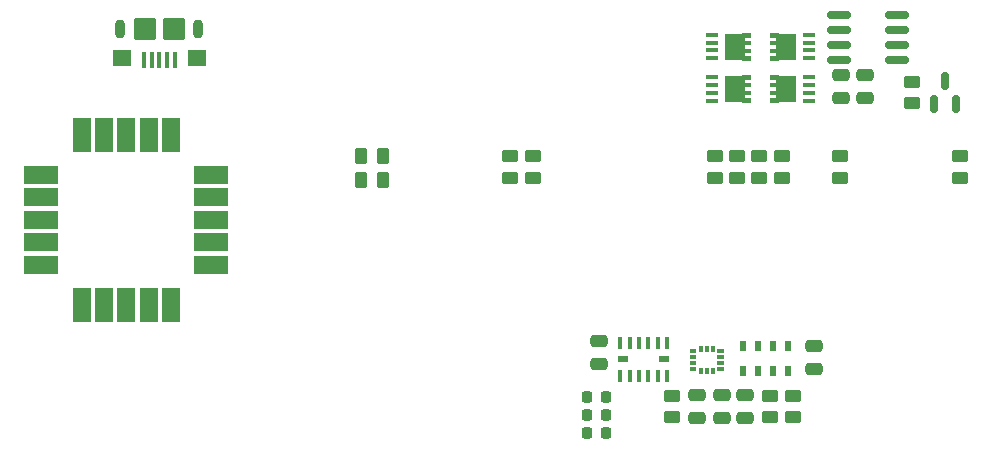
<source format=gbr>
%TF.GenerationSoftware,KiCad,Pcbnew,8.0.4*%
%TF.CreationDate,2024-11-10T13:12:41-08:00*%
%TF.ProjectId,v0.5,76302e35-2e6b-4696-9361-645f70636258,rev?*%
%TF.SameCoordinates,Original*%
%TF.FileFunction,Paste,Top*%
%TF.FilePolarity,Positive*%
%FSLAX46Y46*%
G04 Gerber Fmt 4.6, Leading zero omitted, Abs format (unit mm)*
G04 Created by KiCad (PCBNEW 8.0.4) date 2024-11-10 13:12:41*
%MOMM*%
%LPD*%
G01*
G04 APERTURE LIST*
G04 Aperture macros list*
%AMRoundRect*
0 Rectangle with rounded corners*
0 $1 Rounding radius*
0 $2 $3 $4 $5 $6 $7 $8 $9 X,Y pos of 4 corners*
0 Add a 4 corners polygon primitive as box body*
4,1,4,$2,$3,$4,$5,$6,$7,$8,$9,$2,$3,0*
0 Add four circle primitives for the rounded corners*
1,1,$1+$1,$2,$3*
1,1,$1+$1,$4,$5*
1,1,$1+$1,$6,$7*
1,1,$1+$1,$8,$9*
0 Add four rect primitives between the rounded corners*
20,1,$1+$1,$2,$3,$4,$5,0*
20,1,$1+$1,$4,$5,$6,$7,0*
20,1,$1+$1,$6,$7,$8,$9,0*
20,1,$1+$1,$8,$9,$2,$3,0*%
%AMFreePoly0*
4,1,21,1.372500,0.787500,0.862500,0.787500,0.862500,0.532500,1.372500,0.532500,1.372500,0.127500,0.862500,0.127500,0.862500,-0.127500,1.372500,-0.127500,1.372500,-0.532500,0.862500,-0.532500,0.862500,-0.787500,1.372500,-0.787500,1.372500,-1.195000,0.612500,-1.195000,0.612500,-1.117500,-0.862500,-1.117500,-0.862500,1.117500,0.612500,1.117500,0.612500,1.195000,1.372500,1.195000,
1.372500,0.787500,1.372500,0.787500,$1*%
G04 Aperture macros list end*
%ADD10C,0.010000*%
%ADD11RoundRect,0.250000X-0.450000X0.262500X-0.450000X-0.262500X0.450000X-0.262500X0.450000X0.262500X0*%
%ADD12R,0.990000X0.405000*%
%ADD13FreePoly0,180.000000*%
%ADD14RoundRect,0.250000X0.475000X-0.250000X0.475000X0.250000X-0.475000X0.250000X-0.475000X-0.250000X0*%
%ADD15RoundRect,0.250000X0.450000X-0.262500X0.450000X0.262500X-0.450000X0.262500X-0.450000X-0.262500X0*%
%ADD16RoundRect,0.250000X-0.475000X0.250000X-0.475000X-0.250000X0.475000X-0.250000X0.475000X0.250000X0*%
%ADD17RoundRect,0.250000X0.262500X0.450000X-0.262500X0.450000X-0.262500X-0.450000X0.262500X-0.450000X0*%
%ADD18RoundRect,0.218750X0.218750X0.256250X-0.218750X0.256250X-0.218750X-0.256250X0.218750X-0.256250X0*%
%ADD19RoundRect,0.150000X0.825000X0.150000X-0.825000X0.150000X-0.825000X-0.150000X0.825000X-0.150000X0*%
%ADD20R,0.550000X0.950000*%
%ADD21FreePoly0,0.000000*%
%ADD22R,1.500000X3.000000*%
%ADD23R,3.000000X1.500000*%
%ADD24RoundRect,0.100000X0.100000X0.575000X-0.100000X0.575000X-0.100000X-0.575000X0.100000X-0.575000X0*%
%ADD25O,0.900000X1.600000*%
%ADD26RoundRect,0.250000X0.550000X0.450000X-0.550000X0.450000X-0.550000X-0.450000X0.550000X-0.450000X0*%
%ADD27RoundRect,0.250000X0.700000X0.700000X-0.700000X0.700000X-0.700000X-0.700000X0.700000X-0.700000X0*%
%ADD28RoundRect,0.150000X0.150000X-0.587500X0.150000X0.587500X-0.150000X0.587500X-0.150000X-0.587500X0*%
%ADD29R,0.449200X1.117800*%
%ADD30R,0.813000X0.500000*%
%ADD31RoundRect,0.250000X-0.262500X-0.450000X0.262500X-0.450000X0.262500X0.450000X-0.262500X0.450000X0*%
G04 APERTURE END LIST*
D10*
%TO.C,U4*%
X141062500Y-104569000D02*
X140612500Y-104569000D01*
X140612500Y-104331000D01*
X141062500Y-104331000D01*
X141062500Y-104569000D01*
G36*
X141062500Y-104569000D02*
G01*
X140612500Y-104569000D01*
X140612500Y-104331000D01*
X141062500Y-104331000D01*
X141062500Y-104569000D01*
G37*
X141062500Y-105069000D02*
X140612500Y-105069000D01*
X140612500Y-104831000D01*
X141062500Y-104831000D01*
X141062500Y-105069000D01*
G36*
X141062500Y-105069000D02*
G01*
X140612500Y-105069000D01*
X140612500Y-104831000D01*
X141062500Y-104831000D01*
X141062500Y-105069000D01*
G37*
X141062500Y-105569000D02*
X140612500Y-105569000D01*
X140612500Y-105331000D01*
X141062500Y-105331000D01*
X141062500Y-105569000D01*
G36*
X141062500Y-105569000D02*
G01*
X140612500Y-105569000D01*
X140612500Y-105331000D01*
X141062500Y-105331000D01*
X141062500Y-105569000D01*
G37*
X141062500Y-106069000D02*
X140612500Y-106069000D01*
X140612500Y-105831000D01*
X141062500Y-105831000D01*
X141062500Y-106069000D01*
G36*
X141062500Y-106069000D02*
G01*
X140612500Y-106069000D01*
X140612500Y-105831000D01*
X141062500Y-105831000D01*
X141062500Y-106069000D01*
G37*
X141619000Y-104512500D02*
X141381000Y-104512500D01*
X141381000Y-104062500D01*
X141619000Y-104062500D01*
X141619000Y-104512500D01*
G36*
X141619000Y-104512500D02*
G01*
X141381000Y-104512500D01*
X141381000Y-104062500D01*
X141619000Y-104062500D01*
X141619000Y-104512500D01*
G37*
X141619000Y-106337500D02*
X141381000Y-106337500D01*
X141381000Y-105887500D01*
X141619000Y-105887500D01*
X141619000Y-106337500D01*
G36*
X141619000Y-106337500D02*
G01*
X141381000Y-106337500D01*
X141381000Y-105887500D01*
X141619000Y-105887500D01*
X141619000Y-106337500D01*
G37*
X142119000Y-104512500D02*
X141881000Y-104512500D01*
X141881000Y-104062500D01*
X142119000Y-104062500D01*
X142119000Y-104512500D01*
G36*
X142119000Y-104512500D02*
G01*
X141881000Y-104512500D01*
X141881000Y-104062500D01*
X142119000Y-104062500D01*
X142119000Y-104512500D01*
G37*
X142119000Y-106337500D02*
X141881000Y-106337500D01*
X141881000Y-105887500D01*
X142119000Y-105887500D01*
X142119000Y-106337500D01*
G36*
X142119000Y-106337500D02*
G01*
X141881000Y-106337500D01*
X141881000Y-105887500D01*
X142119000Y-105887500D01*
X142119000Y-106337500D01*
G37*
X142619000Y-104512500D02*
X142381000Y-104512500D01*
X142381000Y-104062500D01*
X142619000Y-104062500D01*
X142619000Y-104512500D01*
G36*
X142619000Y-104512500D02*
G01*
X142381000Y-104512500D01*
X142381000Y-104062500D01*
X142619000Y-104062500D01*
X142619000Y-104512500D01*
G37*
X142619000Y-106337500D02*
X142381000Y-106337500D01*
X142381000Y-105887500D01*
X142619000Y-105887500D01*
X142619000Y-106337500D01*
G36*
X142619000Y-106337500D02*
G01*
X142381000Y-106337500D01*
X142381000Y-105887500D01*
X142619000Y-105887500D01*
X142619000Y-106337500D01*
G37*
X143387500Y-104569000D02*
X142937500Y-104569000D01*
X142937500Y-104331000D01*
X143387500Y-104331000D01*
X143387500Y-104569000D01*
G36*
X143387500Y-104569000D02*
G01*
X142937500Y-104569000D01*
X142937500Y-104331000D01*
X143387500Y-104331000D01*
X143387500Y-104569000D01*
G37*
X143387500Y-105069000D02*
X142937500Y-105069000D01*
X142937500Y-104831000D01*
X143387500Y-104831000D01*
X143387500Y-105069000D01*
G36*
X143387500Y-105069000D02*
G01*
X142937500Y-105069000D01*
X142937500Y-104831000D01*
X143387500Y-104831000D01*
X143387500Y-105069000D01*
G37*
X143387500Y-105569000D02*
X142937500Y-105569000D01*
X142937500Y-105331000D01*
X143387500Y-105331000D01*
X143387500Y-105569000D01*
G36*
X143387500Y-105569000D02*
G01*
X142937500Y-105569000D01*
X142937500Y-105331000D01*
X143387500Y-105331000D01*
X143387500Y-105569000D01*
G37*
X143387500Y-106069000D02*
X142937500Y-106069000D01*
X142937500Y-105831000D01*
X143387500Y-105831000D01*
X143387500Y-106069000D01*
G36*
X143387500Y-106069000D02*
G01*
X142937500Y-106069000D01*
X142937500Y-105831000D01*
X143387500Y-105831000D01*
X143387500Y-106069000D01*
G37*
%TD*%
D11*
%TO.C,R22*%
X142700000Y-87987500D03*
X142700000Y-89812500D03*
%TD*%
D12*
%TO.C,Q2*%
X150700000Y-79700000D03*
X150700000Y-79040000D03*
X150700000Y-78380000D03*
X150700000Y-77720000D03*
D13*
X148707500Y-78710000D03*
%TD*%
D14*
%TO.C,C6*%
X145300000Y-110150000D03*
X145300000Y-108250000D03*
%TD*%
D15*
%TO.C,R7*%
X159400000Y-83512500D03*
X159400000Y-81687500D03*
%TD*%
D16*
%TO.C,C9*%
X132900000Y-103650000D03*
X132900000Y-105550000D03*
%TD*%
D14*
%TO.C,C7*%
X143300000Y-110150000D03*
X143300000Y-108250000D03*
%TD*%
D16*
%TO.C,C3*%
X155400000Y-81150000D03*
X155400000Y-83050000D03*
%TD*%
D17*
%TO.C,R8*%
X114612500Y-90000000D03*
X112787500Y-90000000D03*
%TD*%
D14*
%TO.C,C8*%
X141200000Y-110150000D03*
X141200000Y-108250000D03*
%TD*%
D11*
%TO.C,R3*%
X127300000Y-87987500D03*
X127300000Y-89812500D03*
%TD*%
D18*
%TO.C,D1*%
X133487500Y-108400000D03*
X131912500Y-108400000D03*
%TD*%
D19*
%TO.C,U3*%
X158175000Y-79805000D03*
X158175000Y-78535000D03*
X158175000Y-77265000D03*
X158175000Y-75995000D03*
X153225000Y-75995000D03*
X153225000Y-77265000D03*
X153225000Y-78535000D03*
X153225000Y-79805000D03*
%TD*%
D16*
%TO.C,C1*%
X151122500Y-104077500D03*
X151122500Y-105977500D03*
%TD*%
D11*
%TO.C,R21*%
X144600000Y-87987500D03*
X144600000Y-89812500D03*
%TD*%
D15*
%TO.C,R4*%
X147400000Y-110112500D03*
X147400000Y-108287500D03*
%TD*%
D11*
%TO.C,R14*%
X148400000Y-87987500D03*
X148400000Y-89812500D03*
%TD*%
D18*
%TO.C,D2*%
X133487500Y-109900000D03*
X131912500Y-109900000D03*
%TD*%
D15*
%TO.C,R5*%
X163500000Y-89812500D03*
X163500000Y-87987500D03*
%TD*%
D20*
%TO.C,U1*%
X148875000Y-104025000D03*
X147625000Y-104025000D03*
X146375000Y-104025000D03*
X145125000Y-104025000D03*
X145125000Y-106175000D03*
X146375000Y-106175000D03*
X147625000Y-106175000D03*
X148875000Y-106175000D03*
%TD*%
D12*
%TO.C,Q5*%
X142457500Y-77715000D03*
X142457500Y-78375000D03*
X142457500Y-79035000D03*
X142457500Y-79695000D03*
D21*
X144450000Y-78705000D03*
%TD*%
D22*
%TO.C,U5*%
X96700000Y-86180000D03*
X94800000Y-86180000D03*
X92900000Y-86180000D03*
X91000000Y-86180000D03*
X89100000Y-86180000D03*
D23*
X85700000Y-89580000D03*
X85700000Y-91480000D03*
X85700000Y-93380000D03*
X85700000Y-95280000D03*
X85700000Y-97180000D03*
D22*
X89100000Y-100580000D03*
X91000000Y-100580000D03*
X92900000Y-100580000D03*
X94800000Y-100580000D03*
X96700000Y-100580000D03*
D23*
X100100000Y-97180000D03*
X100100000Y-95280000D03*
X100100000Y-93380000D03*
X100100000Y-91480000D03*
X100100000Y-89580000D03*
%TD*%
D15*
%TO.C,R16*%
X153300000Y-89825000D03*
X153300000Y-88000000D03*
%TD*%
%TO.C,R2*%
X125400000Y-89812500D03*
X125400000Y-87987500D03*
%TD*%
D18*
%TO.C,D3*%
X133487500Y-111400000D03*
X131912500Y-111400000D03*
%TD*%
D12*
%TO.C,Q4*%
X142457500Y-81310000D03*
X142457500Y-81970000D03*
X142457500Y-82630000D03*
X142457500Y-83290000D03*
D21*
X144450000Y-82300000D03*
%TD*%
D24*
%TO.C,J2*%
X97000000Y-79875000D03*
X96350000Y-79875000D03*
X95700000Y-79875000D03*
X95050000Y-79875000D03*
X94400000Y-79875000D03*
D25*
X99000000Y-77200000D03*
D26*
X98900000Y-79650000D03*
D27*
X96900000Y-77200000D03*
X94500000Y-77200000D03*
D26*
X92500000Y-79650000D03*
D25*
X92400000Y-77200000D03*
%TD*%
D28*
%TO.C,Q1*%
X161250000Y-83537500D03*
X163150000Y-83537500D03*
X162200000Y-81662500D03*
%TD*%
D29*
%TO.C,U6*%
X138700001Y-103829099D03*
X137900000Y-103829099D03*
X137099999Y-103829099D03*
X136300001Y-103829099D03*
X135500000Y-103829099D03*
X134700001Y-103829099D03*
D30*
X134981502Y-105200000D03*
D29*
X134699999Y-106570901D03*
X135500000Y-106570901D03*
X136300001Y-106570901D03*
X137099999Y-106570901D03*
X137900000Y-106570901D03*
X138699999Y-106570901D03*
D30*
X138418498Y-105200000D03*
%TD*%
D15*
%TO.C,R1*%
X139100000Y-110112500D03*
X139100000Y-108287500D03*
%TD*%
D11*
%TO.C,R15*%
X146500000Y-87987500D03*
X146500000Y-89812500D03*
%TD*%
D12*
%TO.C,Q3*%
X150700000Y-83300000D03*
X150700000Y-82640000D03*
X150700000Y-81980000D03*
X150700000Y-81320000D03*
D13*
X148707500Y-82310000D03*
%TD*%
D16*
%TO.C,C2*%
X153400000Y-81150000D03*
X153400000Y-83050000D03*
%TD*%
D15*
%TO.C,R6*%
X149300000Y-110112500D03*
X149300000Y-108287500D03*
%TD*%
D31*
%TO.C,R9*%
X112787500Y-88000000D03*
X114612500Y-88000000D03*
%TD*%
M02*

</source>
